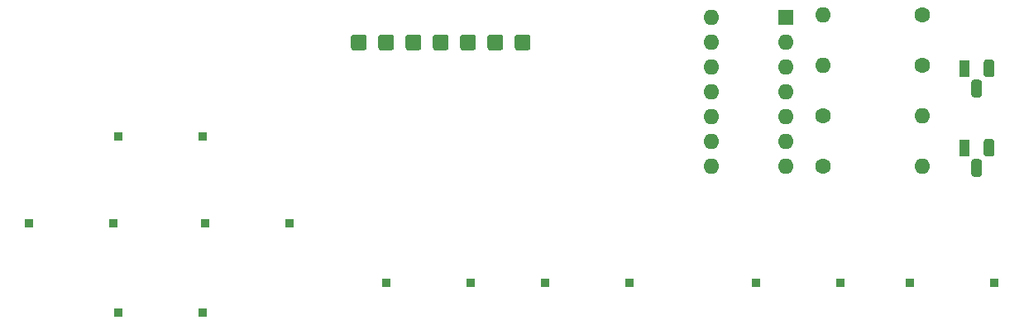
<source format=gbs>
%TF.GenerationSoftware,KiCad,Pcbnew,(5.1.10)-1*%
%TF.CreationDate,2021-06-16T14:50:00-05:00*%
%TF.ProjectId,nes-c64,6e65732d-6336-4342-9e6b-696361645f70,rev?*%
%TF.SameCoordinates,Original*%
%TF.FileFunction,Soldermask,Bot*%
%TF.FilePolarity,Negative*%
%FSLAX46Y46*%
G04 Gerber Fmt 4.6, Leading zero omitted, Abs format (unit mm)*
G04 Created by KiCad (PCBNEW (5.1.10)-1) date 2021-06-16 14:50:00*
%MOMM*%
%LPD*%
G01*
G04 APERTURE LIST*
%ADD10O,1.600000X1.600000*%
%ADD11R,1.600000X1.600000*%
%ADD12R,1.100000X1.800000*%
%ADD13C,1.600000*%
%ADD14R,0.889000X0.889000*%
G04 APERTURE END LIST*
D10*
%TO.C,U1*%
X160782000Y-77470000D03*
X168402000Y-92710000D03*
X160782000Y-80010000D03*
X168402000Y-90170000D03*
X160782000Y-82550000D03*
X168402000Y-87630000D03*
X160782000Y-85090000D03*
X168402000Y-85090000D03*
X160782000Y-87630000D03*
X168402000Y-82550000D03*
X160782000Y-90170000D03*
X168402000Y-80010000D03*
X160782000Y-92710000D03*
D11*
X168402000Y-77470000D03*
%TD*%
D12*
%TO.C,Q2*%
X186690000Y-90786000D03*
G36*
G01*
X188680000Y-91411000D02*
X188680000Y-90161000D01*
G75*
G02*
X188955000Y-89886000I275000J0D01*
G01*
X189505000Y-89886000D01*
G75*
G02*
X189780000Y-90161000I0J-275000D01*
G01*
X189780000Y-91411000D01*
G75*
G02*
X189505000Y-91686000I-275000J0D01*
G01*
X188955000Y-91686000D01*
G75*
G02*
X188680000Y-91411000I0J275000D01*
G01*
G37*
G36*
G01*
X187410000Y-93481000D02*
X187410000Y-92231000D01*
G75*
G02*
X187685000Y-91956000I275000J0D01*
G01*
X188235000Y-91956000D01*
G75*
G02*
X188510000Y-92231000I0J-275000D01*
G01*
X188510000Y-93481000D01*
G75*
G02*
X188235000Y-93756000I-275000J0D01*
G01*
X187685000Y-93756000D01*
G75*
G02*
X187410000Y-93481000I0J275000D01*
G01*
G37*
%TD*%
%TO.C,Q1*%
X186690000Y-82658000D03*
G36*
G01*
X188680000Y-83283000D02*
X188680000Y-82033000D01*
G75*
G02*
X188955000Y-81758000I275000J0D01*
G01*
X189505000Y-81758000D01*
G75*
G02*
X189780000Y-82033000I0J-275000D01*
G01*
X189780000Y-83283000D01*
G75*
G02*
X189505000Y-83558000I-275000J0D01*
G01*
X188955000Y-83558000D01*
G75*
G02*
X188680000Y-83283000I0J275000D01*
G01*
G37*
G36*
G01*
X187410000Y-85353000D02*
X187410000Y-84103000D01*
G75*
G02*
X187685000Y-83828000I275000J0D01*
G01*
X188235000Y-83828000D01*
G75*
G02*
X188510000Y-84103000I0J-275000D01*
G01*
X188510000Y-85353000D01*
G75*
G02*
X188235000Y-85628000I-275000J0D01*
G01*
X187685000Y-85628000D01*
G75*
G02*
X187410000Y-85353000I0J275000D01*
G01*
G37*
%TD*%
D13*
%TO.C,R1*%
X182372000Y-77216000D03*
D10*
X172212000Y-77216000D03*
%TD*%
D14*
%TO.C,SW1*%
X99568000Y-98552000D03*
X90932000Y-98552000D03*
%TD*%
%TO.C,SW2*%
X108712000Y-89662000D03*
X100076000Y-89662000D03*
%TD*%
%TO.C,SW3*%
X108712000Y-107696000D03*
X100076000Y-107696000D03*
%TD*%
%TO.C,SW4*%
X117602000Y-98552000D03*
X108966000Y-98552000D03*
%TD*%
%TO.C,SW5*%
X136144000Y-104648000D03*
X127508000Y-104648000D03*
%TD*%
%TO.C,SW6*%
X152400000Y-104648000D03*
X143764000Y-104648000D03*
%TD*%
%TO.C,SW7*%
X173990000Y-104648000D03*
X165354000Y-104648000D03*
%TD*%
%TO.C,SW8*%
X189738000Y-104648000D03*
X181102000Y-104648000D03*
%TD*%
%TO.C,J1*%
G36*
G01*
X123914000Y-80560000D02*
X123914000Y-79460000D01*
G75*
G02*
X124164000Y-79210000I250000J0D01*
G01*
X125264000Y-79210000D01*
G75*
G02*
X125514000Y-79460000I0J-250000D01*
G01*
X125514000Y-80560000D01*
G75*
G02*
X125264000Y-80810000I-250000J0D01*
G01*
X124164000Y-80810000D01*
G75*
G02*
X123914000Y-80560000I0J250000D01*
G01*
G37*
%TD*%
%TO.C,J2*%
G36*
G01*
X126708000Y-80560000D02*
X126708000Y-79460000D01*
G75*
G02*
X126958000Y-79210000I250000J0D01*
G01*
X128058000Y-79210000D01*
G75*
G02*
X128308000Y-79460000I0J-250000D01*
G01*
X128308000Y-80560000D01*
G75*
G02*
X128058000Y-80810000I-250000J0D01*
G01*
X126958000Y-80810000D01*
G75*
G02*
X126708000Y-80560000I0J250000D01*
G01*
G37*
%TD*%
%TO.C,J3*%
G36*
G01*
X129502000Y-80560000D02*
X129502000Y-79460000D01*
G75*
G02*
X129752000Y-79210000I250000J0D01*
G01*
X130852000Y-79210000D01*
G75*
G02*
X131102000Y-79460000I0J-250000D01*
G01*
X131102000Y-80560000D01*
G75*
G02*
X130852000Y-80810000I-250000J0D01*
G01*
X129752000Y-80810000D01*
G75*
G02*
X129502000Y-80560000I0J250000D01*
G01*
G37*
%TD*%
%TO.C,J4*%
G36*
G01*
X132296000Y-80560000D02*
X132296000Y-79460000D01*
G75*
G02*
X132546000Y-79210000I250000J0D01*
G01*
X133646000Y-79210000D01*
G75*
G02*
X133896000Y-79460000I0J-250000D01*
G01*
X133896000Y-80560000D01*
G75*
G02*
X133646000Y-80810000I-250000J0D01*
G01*
X132546000Y-80810000D01*
G75*
G02*
X132296000Y-80560000I0J250000D01*
G01*
G37*
%TD*%
%TO.C,J5*%
G36*
G01*
X135090000Y-80560000D02*
X135090000Y-79460000D01*
G75*
G02*
X135340000Y-79210000I250000J0D01*
G01*
X136440000Y-79210000D01*
G75*
G02*
X136690000Y-79460000I0J-250000D01*
G01*
X136690000Y-80560000D01*
G75*
G02*
X136440000Y-80810000I-250000J0D01*
G01*
X135340000Y-80810000D01*
G75*
G02*
X135090000Y-80560000I0J250000D01*
G01*
G37*
%TD*%
%TO.C,J6*%
G36*
G01*
X137884000Y-80560000D02*
X137884000Y-79460000D01*
G75*
G02*
X138134000Y-79210000I250000J0D01*
G01*
X139234000Y-79210000D01*
G75*
G02*
X139484000Y-79460000I0J-250000D01*
G01*
X139484000Y-80560000D01*
G75*
G02*
X139234000Y-80810000I-250000J0D01*
G01*
X138134000Y-80810000D01*
G75*
G02*
X137884000Y-80560000I0J250000D01*
G01*
G37*
%TD*%
%TO.C,J7*%
G36*
G01*
X140678000Y-80560000D02*
X140678000Y-79460000D01*
G75*
G02*
X140928000Y-79210000I250000J0D01*
G01*
X142028000Y-79210000D01*
G75*
G02*
X142278000Y-79460000I0J-250000D01*
G01*
X142278000Y-80560000D01*
G75*
G02*
X142028000Y-80810000I-250000J0D01*
G01*
X140928000Y-80810000D01*
G75*
G02*
X140678000Y-80560000I0J250000D01*
G01*
G37*
%TD*%
D10*
%TO.C,R2*%
X172212000Y-82380666D03*
D13*
X182372000Y-82380666D03*
%TD*%
D10*
%TO.C,R3*%
X182372000Y-87545332D03*
D13*
X172212000Y-87545332D03*
%TD*%
%TO.C,R4*%
X172212000Y-92710000D03*
D10*
X182372000Y-92710000D03*
%TD*%
M02*

</source>
